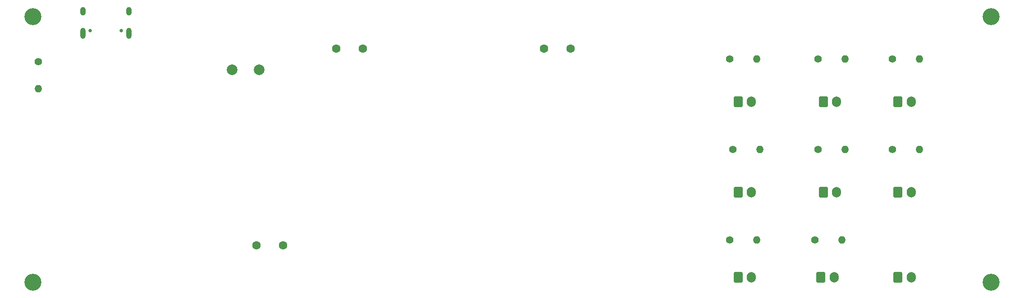
<source format=gbs>
%TF.GenerationSoftware,KiCad,Pcbnew,7.0.1*%
%TF.CreationDate,2023-08-04T20:18:17+09:00*%
%TF.ProjectId,FNF_Controller,464e465f-436f-46e7-9472-6f6c6c65722e,rev?*%
%TF.SameCoordinates,PX337f980PY7ed6b40*%
%TF.FileFunction,Soldermask,Bot*%
%TF.FilePolarity,Negative*%
%FSLAX46Y46*%
G04 Gerber Fmt 4.6, Leading zero omitted, Abs format (unit mm)*
G04 Created by KiCad (PCBNEW 7.0.1) date 2023-08-04 20:18:17*
%MOMM*%
%LPD*%
G01*
G04 APERTURE LIST*
G04 Aperture macros list*
%AMRoundRect*
0 Rectangle with rounded corners*
0 $1 Rounding radius*
0 $2 $3 $4 $5 $6 $7 $8 $9 X,Y pos of 4 corners*
0 Add a 4 corners polygon primitive as box body*
4,1,4,$2,$3,$4,$5,$6,$7,$8,$9,$2,$3,0*
0 Add four circle primitives for the rounded corners*
1,1,$1+$1,$2,$3*
1,1,$1+$1,$4,$5*
1,1,$1+$1,$6,$7*
1,1,$1+$1,$8,$9*
0 Add four rect primitives between the rounded corners*
20,1,$1+$1,$2,$3,$4,$5,0*
20,1,$1+$1,$4,$5,$6,$7,0*
20,1,$1+$1,$6,$7,$8,$9,0*
20,1,$1+$1,$8,$9,$2,$3,0*%
G04 Aperture macros list end*
%ADD10RoundRect,0.250000X-0.600000X-0.750000X0.600000X-0.750000X0.600000X0.750000X-0.600000X0.750000X0*%
%ADD11O,1.700000X2.000000*%
%ADD12C,1.400000*%
%ADD13O,1.400000X1.400000*%
%ADD14C,3.200000*%
%ADD15C,1.600000*%
%ADD16C,2.000000*%
%ADD17C,0.650000*%
%ADD18O,1.000000X2.100000*%
%ADD19O,1.000000X1.600000*%
G04 APERTURE END LIST*
D10*
%TO.C,SW6*%
X143500000Y8000000D03*
D11*
X146000000Y8000000D03*
%TD*%
D10*
%TO.C,SW4*%
X159500000Y24000000D03*
D11*
X162000000Y24000000D03*
%TD*%
D12*
%TO.C,R6*%
X172460000Y32000000D03*
D13*
X177540000Y32000000D03*
%TD*%
D12*
%TO.C,R7*%
X141920000Y15000000D03*
D13*
X147000000Y15000000D03*
%TD*%
D14*
%TO.C,H3*%
X11000000Y7000000D03*
%TD*%
D10*
%TO.C,SW5*%
X173500000Y24000000D03*
D11*
X176000000Y24000000D03*
%TD*%
D10*
%TO.C,SW8*%
X173500000Y8000000D03*
D11*
X176000000Y8000000D03*
%TD*%
D14*
%TO.C,H1*%
X11000000Y57000000D03*
%TD*%
D10*
%TO.C,SW3*%
X143500000Y24000000D03*
D11*
X146000000Y24000000D03*
%TD*%
D12*
%TO.C,R3*%
X172460000Y49000000D03*
D13*
X177540000Y49000000D03*
%TD*%
D12*
%TO.C,R8*%
X157920000Y15000000D03*
D13*
X163000000Y15000000D03*
%TD*%
D12*
%TO.C,R9*%
X141920000Y49000000D03*
D13*
X147000000Y49000000D03*
%TD*%
D10*
%TO.C,SW7*%
X159000000Y8000000D03*
D11*
X161500000Y8000000D03*
%TD*%
D15*
%TO.C,C3*%
X53000000Y14000000D03*
X58000000Y14000000D03*
%TD*%
D12*
%TO.C,R1*%
X12000000Y48540000D03*
D13*
X12000000Y43460000D03*
%TD*%
D15*
%TO.C,C1*%
X68000000Y51000000D03*
X73000000Y51000000D03*
%TD*%
D12*
%TO.C,R2*%
X158460000Y49000000D03*
D13*
X163540000Y49000000D03*
%TD*%
D12*
%TO.C,R4*%
X142460000Y32000000D03*
D13*
X147540000Y32000000D03*
%TD*%
D16*
%TO.C,F1*%
X53540000Y47000000D03*
X48460000Y47010000D03*
%TD*%
D10*
%TO.C,D1*%
X143500000Y41000000D03*
D11*
X146000000Y41000000D03*
%TD*%
D12*
%TO.C,R5*%
X158460000Y32000000D03*
D13*
X163540000Y32000000D03*
%TD*%
D14*
%TO.C,H2*%
X191000000Y57000000D03*
%TD*%
D17*
%TO.C,J1*%
X27570000Y54350000D03*
X21790000Y54350000D03*
D18*
X29000000Y53820000D03*
D19*
X29000000Y58000000D03*
D18*
X20360000Y53820000D03*
D19*
X20360000Y58000000D03*
%TD*%
D15*
%TO.C,C2*%
X107000000Y51000000D03*
X112000000Y51000000D03*
%TD*%
D10*
%TO.C,SW1*%
X159500000Y41000000D03*
D11*
X162000000Y41000000D03*
%TD*%
D10*
%TO.C,SW2*%
X173500000Y41000000D03*
D11*
X176000000Y41000000D03*
%TD*%
D14*
%TO.C,H4*%
X191000000Y7000000D03*
%TD*%
M02*

</source>
